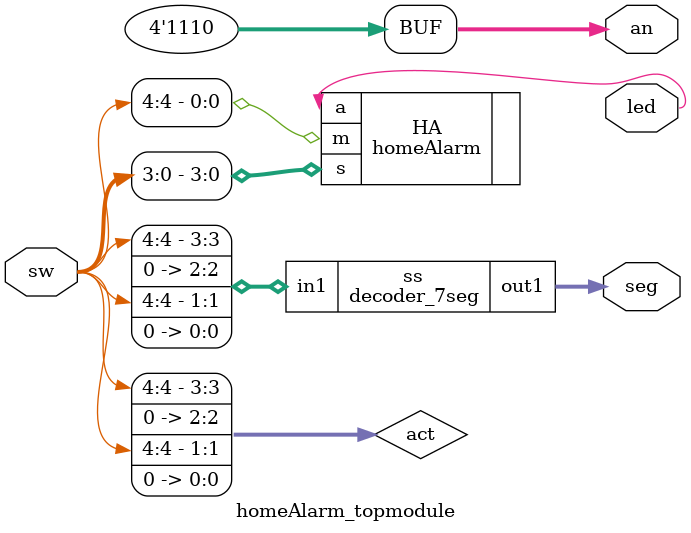
<source format=v>
`timescale 1ns / 1ps

module decoder_7seg(in1,out1);
input [3:0] in1;
output reg [6:0] out1;

always @ (in1)
case(in1)
    4'b0000 : out1 = 7'b1000000; //0
    4'b0001 : out1 = 7'b1111001; //1
    4'b0010 : out1 = 7'b0100100; //2
    4'b0011 : out1 = 7'b0110000; //3
    4'b0100 : out1 = 7'b0011001; //4
    4'b0101 : out1 = 7'b0010010; //5
    4'b0110 : out1 = 7'b0000010; //6
    4'b0111 : out1 = 7'b1111000; //7
    4'b1000 : out1 = 7'b0000000; //8
    4'b1001 : out1 = 7'b0010000; //9
    4'b1010 : out1 = 7'b0001000; //A
    4'b1011 : out1 = 7'b0000011; //B
    4'b1100 : out1 = 7'b1000110; //C
    4'b1101 : out1 = 7'b0100001; //D
    4'b1110 : out1 = 7'b0000110; //E
    4'b1111 : out1 = 7'b0001110; //F
endcase
endmodule

module homeAlarm_topmodule(sw,led,seg,an);
input[4:0] sw;
output[0:0] led;
output[6:0] seg;
output[3:0] an;
wire [3:0] act;
//rightmost ssd digit is selected
assign an = 4'b1110;
assign act = {sw[4],1'b0,sw[4],1'b0};

decoder_7seg ss(act, seg);

homeAlarm HA(.a(led),.s(sw[3:0]),.m(sw[4]));
endmodule


</source>
